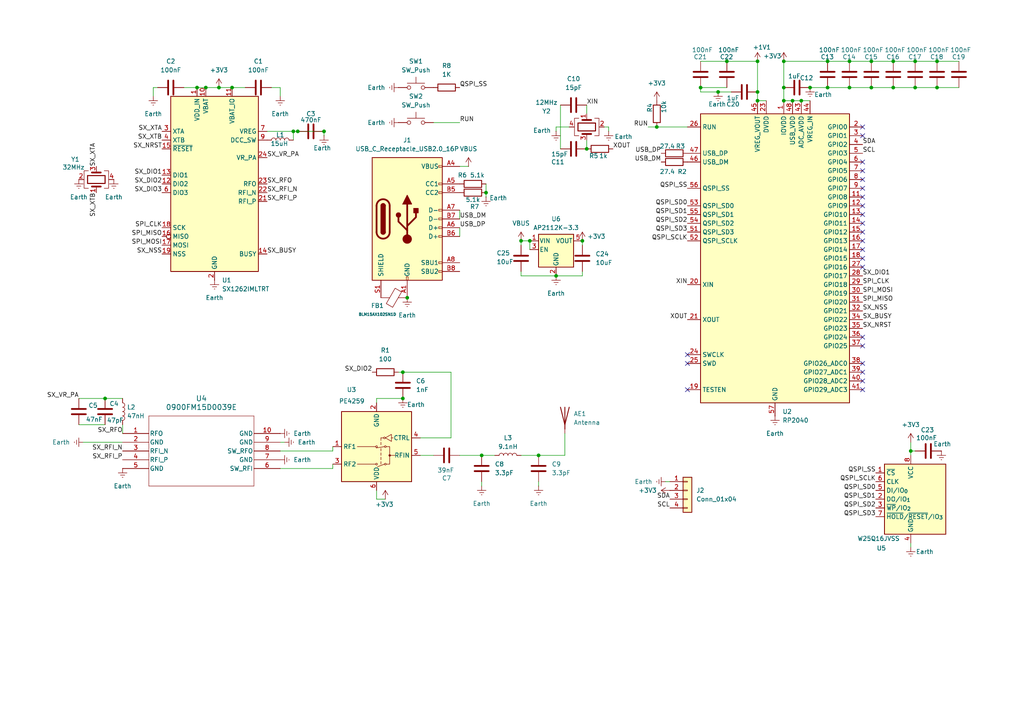
<source format=kicad_sch>
(kicad_sch (version 20250114) (generator "eeschema") (generator_version "9.0")
  (paper "A4")
  (lib_symbols
    (symbol "0900FM15D0039001E:0900FM15D0039E" (pin_names (offset 0.254))
      (property "Reference" "U" (at 22.86 10.16 0))
      (property "Value" "0900FM15D0039E" (at 22.86 7.62 0))
      (symbol "0900FM15D0039E_0_1"
        (pin unspecified line (at 0 0 0) (length 7.62) (name "RFO") (number "1"))
        (pin unspecified line (at 0 -2.54 0) (length 7.62) (name "GND") (number "2"))
        (pin unspecified line (at 0 -5.08 0) (length 7.62) (name "RFI_N") (number "3"))
        (pin unspecified line (at 0 -7.62 0) (length 7.62) (name "RFI_P") (number "4"))
        (pin unspecified line (at 0 -10.16 0) (length 7.62) (name "GND") (number "5"))
        (pin unspecified line (at 45.72 0 180) (length 7.62) (name "GND") (number "10"))
        (pin unspecified line (at 45.72 -2.54 180) (length 7.62) (name "GND") (number "9"))
        (pin unspecified line (at 45.72 -5.08 180) (length 7.62) (name "SW_RFO") (number "8"))
        (pin unspecified line (at 45.72 -7.62 180) (length 7.62) (name "GND") (number "7"))
        (pin unspecified line (at 45.72 -10.16 180) (length 7.62) (name "SW_RFI") (number "6"))
      )
    )
    (symbol "Connector:USB_C_Receptacle_USB2.0_16P" (pin_names (offset 1.016))
      (property "Reference" "J" (at 0 22.225 0))
      (property "Value" "USB_C_Receptacle_USB2.0_16P" (at 0 19.685 0))
      (symbol "USB_C_Receptacle_USB2.0_16P_1_1"
        (pin passive line (at -7.62 -22.86 90) (length 5.08) (name "SHIELD") (number "S1"))
        (pin passive line (at 0 -22.86 90) (length 5.08) (name "GND") (number "A1"))
        (pin passive line (at 0 -22.86 90) (length 5.08) (hide yes) (name "GND") (number "A12"))
        (pin passive line (at 0 -22.86 90) (length 5.08) (hide yes) (name "GND") (number "B1"))
        (pin passive line (at 0 -22.86 90) (length 5.08) (hide yes) (name "GND") (number "B12"))
        (pin passive line (at 15.24 15.24 180) (length 5.08) (name "VBUS") (number "A4"))
        (pin passive line (at 15.24 15.24 180) (length 5.08) (hide yes) (name "VBUS") (number "A9"))
        (pin passive line (at 15.24 15.24 180) (length 5.08) (hide yes) (name "VBUS") (number "B4"))
        (pin passive line (at 15.24 15.24 180) (length 5.08) (hide yes) (name "VBUS") (number "B9"))
        (pin bidirectional line (at 15.24 10.16 180) (length 5.08) (name "CC1") (number "A5"))
        (pin bidirectional line (at 15.24 7.62 180) (length 5.08) (name "CC2") (number "B5"))
        (pin bidirectional line (at 15.24 2.54 180) (length 5.08) (name "D-") (number "A7"))
        (pin bidirectional line (at 15.24 0 180) (length 5.08) (name "D-") (number "B7"))
        (pin bidirectional line (at 15.24 -2.54 180) (length 5.08) (name "D+") (number "A6"))
        (pin bidirectional line (at 15.24 -5.08 180) (length 5.08) (name "D+") (number "B6"))
        (pin bidirectional line (at 15.24 -12.7 180) (length 5.08) (name "SBU1") (number "A8"))
        (pin bidirectional line (at 15.24 -15.24 180) (length 5.08) (name "SBU2") (number "B8"))
      )
    )
    (symbol "Connector_Generic:Conn_01x04" (pin_names (offset 1.016) (hide yes))
      (property "Reference" "J" (at 0 5.08 0))
      (property "Value" "Conn_01x04" (at 0 -7.62 0))
      (symbol "Conn_01x04_1_1"
        (pin passive line (at -5.08 2.54 0) (length 3.81) (name "Pin_1") (number "1"))
        (pin passive line (at -5.08 0 0) (length 3.81) (name "Pin_2") (number "2"))
        (pin passive line (at -5.08 -2.54 0) (length 3.81) (name "Pin_3") (number "3"))
        (pin passive line (at -5.08 -5.08 0) (length 3.81) (name "Pin_4") (number "4"))
      )
    )
    (symbol "Device:Antenna" (pin_numbers (hide yes)) (pin_names (offset 1.016) (hide yes))
      (property "Reference" "AE" (at -1.905 1.905 0))
      (property "Value" "Antenna" (at -1.905 0 0))
      (symbol "Antenna_1_1"
        (pin input line (at 0 -5.08 90) (length 2.54) (name "A") (number "1"))
      )
    )
    (symbol "Device:C" (pin_numbers (hide yes)) (pin_names (offset 0.254))
      (property "Reference" "C" (at 0.635 2.54 0))
      (property "Value" "C" (at 0.635 -2.54 0))
      (symbol "C_1_1"
        (pin passive line (at 0 3.81 270) (length 2.794) (name "~") (number "1"))
        (pin passive line (at 0 -3.81 90) (length 2.794) (name "~") (number "2"))
      )
    )
    (symbol "Device:Crystal_GND24" (pin_names (offset 1.016) (hide yes))
      (property "Reference" "Y" (at 3.175 5.08 0))
      (property "Value" "Crystal_GND24" (at 3.175 3.175 0))
      (symbol "Crystal_GND24_1_1"
        (pin passive line (at -3.81 0 0) (length 1.27) (name "1") (number "1"))
        (pin passive line (at 0 5.08 270) (length 1.27) (name "2") (number "2"))
        (pin passive line (at 0 -5.08 90) (length 1.27) (name "4") (number "4"))
        (pin passive line (at 3.81 0 180) (length 1.27) (name "3") (number "3"))
      )
    )
    (symbol "Device:L" (pin_numbers (hide yes)) (pin_names (offset 1.016) (hide yes))
      (property "Reference" "L" (at -1.27 0 90))
      (property "Value" "L" (at 1.905 0 90))
      (symbol "L_1_1"
        (pin passive line (at 0 3.81 270) (length 1.27) (name "1") (number "1"))
        (pin passive line (at 0 -3.81 90) (length 1.27) (name "2") (number "2"))
      )
    )
    (symbol "Device:R" (pin_numbers (hide yes)) (pin_names (offset 0))
      (property "Reference" "R" (at 2.032 0 90))
      (property "Value" "R" (at 0 0 90))
      (symbol "R_1_1"
        (pin passive line (at 0 3.81 270) (length 1.27) (name "~") (number "1"))
        (pin passive line (at 0 -3.81 90) (length 1.27) (name "~") (number "2"))
      )
    )
    (symbol "MCU_RaspberryPi:RP2040"
      (property "Reference" "U" (at 17.78 45.72 0))
      (property "Value" "RP2040" (at 17.78 43.18 0))
      (symbol "RP2040_1_1"
        (pin input line (at -25.4 38.1 0) (length 3.81) (name "RUN") (number "26"))
        (pin bidirectional line (at -25.4 30.48 0) (length 3.81) (name "USB_DP") (number "47"))
        (pin bidirectional line (at -25.4 27.94 0) (length 3.81) (name "USB_DM") (number "46"))
        (pin bidirectional line (at -25.4 20.32 0) (length 3.81) (name "QSPI_SS") (number "56"))
        (pin bidirectional line (at -25.4 15.24 0) (length 3.81) (name "QSPI_SD0") (number "53"))
        (pin bidirectional line (at -25.4 12.7 0) (length 3.81) (name "QSPI_SD1") (number "55"))
        (pin bidirectional line (at -25.4 10.16 0) (length 3.81) (name "QSPI_SD2") (number "54"))
        (pin bidirectional line (at -25.4 7.62 0) (length 3.81) (name "QSPI_SD3") (number "51"))
        (pin output line (at -25.4 5.08 0) (length 3.81) (name "QSPI_SCLK") (number "52"))
        (pin input line (at -25.4 -7.62 0) (length 3.81) (name "XIN") (number "20"))
        (pin passive line (at -25.4 -17.78 0) (length 3.81) (name "XOUT") (number "21"))
        (pin input line (at -25.4 -27.94 0) (length 3.81) (name "SWCLK") (number "24"))
        (pin bidirectional line (at -25.4 -30.48 0) (length 3.81) (name "SWD") (number "25"))
        (pin input line (at -25.4 -38.1 0) (length 3.81) (name "TESTEN") (number "19"))
        (pin power_out line (at -5.08 45.72 270) (length 3.81) (name "VREG_VOUT") (number "45"))
        (pin power_in line (at -2.54 45.72 270) (length 3.81) (name "DVDD") (number "23"))
        (pin passive line (at -2.54 45.72 270) (length 3.81) (hide yes) (name "DVDD") (number "50"))
        (pin power_in line (at 0 -45.72 90) (length 3.81) (name "GND") (number "57"))
        (pin power_in line (at 2.54 45.72 270) (length 3.81) (name "IOVDD") (number "1"))
        (pin passive line (at 2.54 45.72 270) (length 3.81) (hide yes) (name "IOVDD") (number "10"))
        (pin passive line (at 2.54 45.72 270) (length 3.81) (hide yes) (name "IOVDD") (number "22"))
        (pin passive line (at 2.54 45.72 270) (length 3.81) (hide yes) (name "IOVDD") (number "33"))
        (pin passive line (at 2.54 45.72 270) (length 3.81) (hide yes) (name "IOVDD") (number "42"))
        (pin passive line (at 2.54 45.72 270) (length 3.81) (hide yes) (name "IOVDD") (number "49"))
        (pin power_in line (at 5.08 45.72 270) (length 3.81) (name "USB_VDD") (number "48"))
        (pin power_in line (at 7.62 45.72 270) (length 3.81) (name "ADC_AVDD") (number "43"))
        (pin power_in line (at 10.16 45.72 270) (length 3.81) (name "VREG_IN") (number "44"))
        (pin bidirectional line (at 25.4 38.1 180) (length 3.81) (name "GPIO0") (number "2"))
        (pin bidirectional line (at 25.4 35.56 180) (length 3.81) (name "GPIO1") (number "3"))
        (pin bidirectional line (at 25.4 33.02 180) (length 3.81) (name "GPIO2") (number "4"))
        (pin bidirectional line (at 25.4 30.48 180) (length 3.81) (name "GPIO3") (number "5"))
        (pin bidirectional line (at 25.4 27.94 180) (length 3.81) (name "GPIO4") (number "6"))
        (pin bidirectional line (at 25.4 25.4 180) (length 3.81) (name "GPIO5") (number "7"))
        (pin bidirectional line (at 25.4 22.86 180) (length 3.81) (name "GPIO6") (number "8"))
        (pin bidirectional line (at 25.4 20.32 180) (length 3.81) (name "GPIO7") (number "9"))
        (pin bidirectional line (at 25.4 17.78 180) (length 3.81) (name "GPIO8") (number "11"))
        (pin bidirectional line (at 25.4 15.24 180) (length 3.81) (name "GPIO9") (number "12"))
        (pin bidirectional line (at 25.4 12.7 180) (length 3.81) (name "GPIO10") (number "13"))
        (pin bidirectional line (at 25.4 10.16 180) (length 3.81) (name "GPIO11") (number "14"))
        (pin bidirectional line (at 25.4 7.62 180) (length 3.81) (name "GPIO12") (number "15"))
        (pin bidirectional line (at 25.4 5.08 180) (length 3.81) (name "GPIO13") (number "16"))
        (pin bidirectional line (at 25.4 2.54 180) (length 3.81) (name "GPIO14") (number "17"))
        (pin bidirectional line (at 25.4 0 180) (length 3.81) (name "GPIO15") (number "18"))
        (pin bidirectional line (at 25.4 -2.54 180) (length 3.81) (name "GPIO16") (number "27"))
        (pin bidirectional line (at 25.4 -5.08 180) (length 3.81) (name "GPIO17") (number "28"))
        (pin bidirectional line (at 25.4 -7.62 180) (length 3.81) (name "GPIO18") (number "29"))
        (pin bidirectional line (at 25.4 -10.16 180) (length 3.81) (name "GPIO19") (number "30"))
        (pin bidirectional line (at 25.4 -12.7 180) (length 3.81) (name "GPIO20") (number "31"))
        (pin bidirectional line (at 25.4 -15.24 180) (length 3.81) (name "GPIO21") (number "32"))
        (pin bidirectional line (at 25.4 -17.78 180) (length 3.81) (name "GPIO22") (number "34"))
        (pin bidirectional line (at 25.4 -20.32 180) (length 3.81) (name "GPIO23") (number "35"))
        (pin bidirectional line (at 25.4 -22.86 180) (length 3.81) (name "GPIO24") (number "36"))
        (pin bidirectional line (at 25.4 -25.4 180) (length 3.81) (name "GPIO25") (number "37"))
        (pin bidirectional line (at 25.4 -30.48 180) (length 3.81) (name "GPIO26_ADC0") (number "38"))
        (pin bidirectional line (at 25.4 -33.02 180) (length 3.81) (name "GPIO27_ADC1") (number "39"))
        (pin bidirectional line (at 25.4 -35.56 180) (length 3.81) (name "GPIO28_ADC2") (number "40"))
        (pin bidirectional line (at 25.4 -38.1 180) (length 3.81) (name "GPIO29_ADC3") (number "41"))
      )
    )
    (symbol "Memory_Flash:W25Q16JVSS"
      (property "Reference" "U" (at -6.35 11.43 0))
      (property "Value" "W25Q16JVSS" (at 7.62 11.43 0))
      (symbol "W25Q16JVSS_1_1"
        (pin input line (at -10.16 7.62 0) (length 2.54) (name "~{CS}") (number "1"))
        (pin input line (at -10.16 5.08 0) (length 2.54) (name "CLK") (number "6"))
        (pin bidirectional line (at -10.16 2.54 0) (length 2.54) (name "DI/IO_{0}") (number "5"))
        (pin bidirectional line (at -10.16 0 0) (length 2.54) (name "DO/IO_{1}") (number "2"))
        (pin bidirectional line (at -10.16 -2.54 0) (length 2.54) (name "~{WP}/IO_{2}") (number "3"))
        (pin bidirectional line (at -10.16 -5.08 0) (length 2.54) (name "~{HOLD}/~{RESET}/IO_{3}") (number "7"))
        (pin power_in line (at 0 12.7 270) (length 2.54) (name "VCC") (number "8"))
        (pin power_in line (at 0 -12.7 90) (length 2.54) (name "GND") (number "4"))
      )
    )
    (symbol "PCM_JLCPCB-Inductors:Ferrite,0603,(2)" (pin_numbers (hide yes)) (pin_names (offset 0))
      (property "Reference" "FB" (at 3.4036 1.2508 0))
      (property "Current Rating" "2A" (at 3.4036 -1.5274 0))
      (symbol "Ferrite,0603,(2)_1_1"
        (pin passive line (at 0 3.81 270) (length 2.54) (name "~") (number "1"))
        (pin passive line (at 0 -3.81 90) (length 2.54) (name "~") (number "2"))
      )
    )
    (symbol "RF:SX1262IMLTRT"
      (property "Reference" "U" (at 13.97 24.13 0))
      (property "Value" "SX1262IMLTRT" (at 13.97 21.59 0))
      (symbol "SX1262IMLTRT_1_1"
        (pin bidirectional line (at -15.24 15.24 0) (length 2.54) (name "XTA") (number "3"))
        (pin bidirectional line (at -15.24 12.7 0) (length 2.54) (name "XTB") (number "4"))
        (pin input line (at -15.24 10.16 0) (length 2.54) (name "~{RESET}") (number "15"))
        (pin bidirectional line (at -15.24 2.54 0) (length 2.54) (name "DIO1") (number "13"))
        (pin bidirectional line (at -15.24 0 0) (length 2.54) (name "DIO2") (number "12"))
        (pin bidirectional line (at -15.24 -2.54 0) (length 2.54) (name "DIO3") (number "6"))
        (pin input line (at -15.24 -12.7 0) (length 2.54) (name "SCK") (number "18"))
        (pin tri_state inverted (at -15.24 -15.24 0) (length 2.54) (name "MISO") (number "16"))
        (pin input line (at -15.24 -17.78 0) (length 2.54) (name "MOSI") (number "17"))
        (pin input line (at -15.24 -20.32 0) (length 2.54) (name "NSS") (number "19"))
        (pin power_in line (at -5.08 27.94 270) (length 2.54) (name "VDD_IN") (number "1"))
        (pin power_in line (at -2.54 27.94 270) (length 2.54) (name "VBAT") (number "10"))
        (pin power_in line (at 0 -27.94 90) (length 2.54) (name "GND") (number "2"))
        (pin passive line (at 0 -27.94 90) (length 2.54) (hide yes) (name "GND") (number "20"))
        (pin passive line (at 0 -27.94 90) (length 2.54) (hide yes) (name "GND") (number "25"))
        (pin passive line (at 0 -27.94 90) (length 2.54) (hide yes) (name "GND") (number "5"))
        (pin passive line (at 0 -27.94 90) (length 2.54) (hide yes) (name "GND") (number "8"))
        (pin power_in line (at 5.08 27.94 270) (length 2.54) (name "VBAT_IO") (number "11"))
        (pin power_out line (at 15.24 15.24 180) (length 2.54) (name "VREG") (number "7"))
        (pin power_out line (at 15.24 12.7 180) (length 2.54) (name "DCC_SW") (number "9"))
        (pin power_out line (at 15.24 7.62 180) (length 2.54) (name "VR_PA") (number "24"))
        (pin output line (at 15.24 0 180) (length 2.54) (name "RFO") (number "23"))
        (pin input line (at 15.24 -2.54 180) (length 2.54) (name "RFI_N") (number "22"))
        (pin input line (at 15.24 -5.08 180) (length 2.54) (name "RFI_P") (number "21"))
        (pin output line (at 15.24 -20.32 180) (length 2.54) (name "BUSY") (number "14"))
      )
    )
    (symbol "Regulator_Linear:AP2112K-3.3" (pin_names (offset 0.254))
      (property "Reference" "U" (at -5.08 5.715 0))
      (property "Value" "AP2112K-3.3" (at 0 5.715 0))
      (symbol "AP2112K-3.3_1_1"
        (pin power_in line (at -7.62 2.54 0) (length 2.54) (name "VIN") (number "1"))
        (pin input line (at -7.62 0 0) (length 2.54) (name "EN") (number "3"))
        (pin power_in line (at 0 -7.62 90) (length 2.54) (name "GND") (number "2"))
        (pin no_connect line (at 5.08 0 180) (length 2.54) (hide yes) (name "NC") (number "4"))
        (pin power_out line (at 7.62 2.54 180) (length 2.54) (name "VOUT") (number "5"))
      )
    )
    (symbol "Switch:SW_Push" (pin_numbers (hide yes)) (pin_names (offset 1.016) (hide yes))
      (property "Reference" "SW" (at 1.27 2.54 0))
      (property "Value" "SW_Push" (at 0 -1.524 0))
      (symbol "SW_Push_0_1"
        (pin passive line (at -5.08 0 0) (length 2.54) (name "1") (number "1"))
        (pin passive line (at 5.08 0 180) (length 2.54) (name "2") (number "2"))
      )
    )
    (symbol "pe4259:PE4259"
      (property "Reference" "U" (at -10.16 11.43 0))
      (property "Value" "PE4259" (at 1.27 11.43 0))
      (symbol "PE4259_1_1"
        (pin passive line (at -12.7 2.54 0) (length 2.54) (name "RFIN") (number "5"))
        (pin input line (at -12.7 -2.54 0) (length 2.54) (name "CTRL") (number "4"))
        (pin power_in line (at 0 12.7 270) (length 2.54) (name "VDD") (number "6"))
        (pin power_in line (at 0 -12.7 90) (length 2.54) (name "GND") (number "2"))
        (pin passive line (at 12.7 5.08 180) (length 2.54) (name "RF2") (number "3"))
        (pin passive line (at 12.7 0 180) (length 2.54) (name "RF1") (number "1"))
      )
    )
    (symbol "power:+1V1" (power) (pin_numbers (hide yes)) (pin_names (offset 0) (hide yes))
      (property "Value" "+1V1" (at 0 3.556 0))
      (symbol "+1V1_1_1"
        (pin power_in line (at 0 0 90) (length 0) (name "~") (number "1"))
      )
    )
    (symbol "power:+3V3" (power) (pin_numbers (hide yes)) (pin_names (offset 0) (hide yes))
      (property "Value" "+3V3" (at 0 3.556 0))
      (symbol "+3V3_1_1"
        (pin power_in line (at 0 0 90) (length 0) (name "~") (number "1"))
      )
    )
    (symbol "power:Earth" (power) (pin_numbers (hide yes)) (pin_names (offset 0) (hide yes))
      (property "Value" "Earth" (at 0 -3.81 0))
      (symbol "Earth_1_1"
        (pin power_in line (at 0 0 270) (length 0) (name "~") (number "1"))
      )
    )
    (symbol "power:VBUS" (power) (pin_numbers (hide yes)) (pin_names (offset 0) (hide yes))
      (property "Value" "VBUS" (at 0 3.556 0))
      (symbol "VBUS_1_1"
        (pin power_in line (at 0 0 90) (length 0) (name "~") (number "1"))
      )
    )
  )
  (junction (at 271.78 17.78))
  (junction (at 246.38 25.4))
  (junction (at 271.78 25.4))
  (junction (at 240.03 17.78))
  (junction (at 246.38 17.78))
  (junction (at 161.29 80.01))
  (junction (at 219.71 26.67))
  (junction (at 265.43 17.78))
  (junction (at 30.48 115.57))
  (junction (at 63.5 25.4))
  (junction (at 203.2 25.4))
  (junction (at 259.08 25.4))
  (junction (at 170.18 43.18))
  (junction (at 67.31 25.4))
  (junction (at 153.67 69.85))
  (junction (at 229.87 29.21))
  (junction (at 252.73 25.4))
  (junction (at 227.33 17.78))
  (junction (at 116.84 115.57))
  (junction (at 190.5 36.83))
  (junction (at 86.36 38.1))
  (junction (at 265.43 25.4))
  (junction (at 156.21 132.08))
  (junction (at 227.33 29.21))
  (junction (at 219.71 17.78))
  (junction (at 264.16 130.81))
  (junction (at 168.91 69.85))
  (junction (at 140.97 55.88))
  (junction (at 219.71 29.21))
  (junction (at 85.09 38.1))
  (junction (at 118.11 86.36))
  (junction (at 59.69 25.4))
  (junction (at 116.84 107.95))
  (junction (at 208.28 26.67))
  (junction (at 93.98 38.1))
  (junction (at 57.15 25.4))
  (junction (at 210.82 17.78))
  (junction (at 234.95 25.4))
  (junction (at 240.03 25.4))
  (junction (at 259.08 17.78))
  (junction (at 151.13 69.85))
  (junction (at 232.41 29.21))
  (junction (at 227.33 25.4))
  (junction (at 139.7 132.08))
  (junction (at 252.73 17.78))
  (no_connect (at 250.19 52.07))
  (no_connect (at 250.19 64.77))
  (no_connect (at 250.19 67.31))
  (no_connect (at 250.19 77.47))
  (no_connect (at 199.39 113.03))
  (no_connect (at 250.19 69.85))
  (no_connect (at 250.19 59.69))
  (no_connect (at 199.39 102.87))
  (no_connect (at 250.19 105.41))
  (no_connect (at 250.19 46.99))
  (no_connect (at 250.19 54.61))
  (no_connect (at 250.19 100.33))
  (no_connect (at 250.19 36.83))
  (no_connect (at 250.19 113.03))
  (no_connect (at 250.19 74.93))
  (no_connect (at 250.19 110.49))
  (no_connect (at 250.19 49.53))
  (no_connect (at 250.19 97.79))
  (no_connect (at 250.19 72.39))
  (no_connect (at 250.19 39.37))
  (no_connect (at 250.19 57.15))
  (no_connect (at 250.19 107.95))
  (no_connect (at 250.19 62.23))
  (no_connect (at 199.39 105.41))
  (wire (pts (xy 210.82 17.78) (xy 219.71 17.78)))
  (wire (pts (xy 246.38 17.78) (xy 252.73 17.78)))
  (wire (pts (xy 81.28 25.4) (xy 81.28 27.94)))
  (wire (pts (xy 130.81 127) (xy 130.81 107.95)))
  (wire (pts (xy 229.87 29.21) (xy 232.41 29.21)))
  (wire (pts (xy 259.08 25.4) (xy 265.43 25.4)))
  (wire (pts (xy 140.97 53.34) (xy 140.97 55.88)))
  (wire (pts (xy 227.33 25.4) (xy 227.33 29.21)))
  (wire (pts (xy 22.86 123.19) (xy 30.48 123.19)))
  (wire (pts (xy 30.48 115.57) (xy 22.86 115.57)))
  (wire (pts (xy 252.73 25.4) (xy 259.08 25.4)))
  (wire (pts (xy 170.18 33.02) (xy 170.18 30.48)))
  (wire (pts (xy 139.7 140.97) (xy 139.7 139.7)))
  (wire (pts (xy 203.2 26.67) (xy 203.2 25.4)))
  (wire (pts (xy 151.13 78.74) (xy 151.13 80.01)))
  (wire (pts (xy 67.31 25.4) (xy 71.12 25.4)))
  (wire (pts (xy 264.16 130.81) (xy 264.16 132.08)))
  (wire (pts (xy 93.98 38.1) (xy 93.98 39.37)))
  (wire (pts (xy 219.71 17.78) (xy 219.71 26.67)))
  (wire (pts (xy 156.21 132.08) (xy 163.83 132.08)))
  (wire (pts (xy 153.67 69.85) (xy 153.67 72.39)))
  (wire (pts (xy 133.35 132.08) (xy 139.7 132.08)))
  (wire (pts (xy 168.91 71.12) (xy 168.91 69.85)))
  (wire (pts (xy 140.97 55.88) (xy 140.97 57.15)))
  (wire (pts (xy 109.22 142.24) (xy 109.22 144.78)))
  (wire (pts (xy 59.69 25.4) (xy 63.5 25.4)))
  (wire (pts (xy 264.16 157.48) (xy 264.16 158.75)))
  (wire (pts (xy 81.28 135.89) (xy 96.52 135.89)))
  (wire (pts (xy 133.35 66.04) (xy 133.35 68.58)))
  (wire (pts (xy 77.47 38.1) (xy 85.09 38.1)))
  (wire (pts (xy 125.73 35.56) (xy 133.35 35.56)))
  (wire (pts (xy 35.56 123.19) (xy 35.56 125.73)))
  (wire (pts (xy 109.22 144.78) (xy 111.76 144.78)))
  (wire (pts (xy 162.56 30.48) (xy 162.56 43.18)))
  (wire (pts (xy 208.28 26.67) (xy 212.09 26.67)))
  (wire (pts (xy 151.13 69.85) (xy 151.13 71.12)))
  (wire (pts (xy 85.09 38.1) (xy 86.36 38.1)))
  (wire (pts (xy 96.52 135.89) (xy 96.52 134.62)))
  (wire (pts (xy 165.1 36.83) (xy 161.29 36.83)))
  (wire (pts (xy 59.69 25.4) (xy 57.15 25.4)))
  (wire (pts (xy 78.74 25.4) (xy 81.28 25.4)))
  (wire (pts (xy 246.38 25.4) (xy 252.73 25.4)))
  (wire (pts (xy 86.36 38.1) (xy 93.98 38.1)))
  (wire (pts (xy 176.53 36.83) (xy 176.53 38.1)))
  (wire (pts (xy 121.92 132.08) (xy 125.73 132.08)))
  (wire (pts (xy 82.55 128.27) (xy 81.28 128.27)))
  (wire (pts (xy 265.43 17.78) (xy 271.78 17.78)))
  (wire (pts (xy 170.18 40.64) (xy 170.18 43.18)))
  (wire (pts (xy 116.84 107.95) (xy 115.57 107.95)))
  (wire (pts (xy 81.28 130.81) (xy 96.52 130.81)))
  (wire (pts (xy 151.13 80.01) (xy 161.29 80.01)))
  (wire (pts (xy 45.72 25.4) (xy 44.45 25.4)))
  (wire (pts (xy 193.04 139.7) (xy 194.31 139.7)))
  (wire (pts (xy 265.43 25.4) (xy 271.78 25.4)))
  (wire (pts (xy 219.71 29.21) (xy 222.25 29.21)))
  (wire (pts (xy 234.95 25.4) (xy 240.03 25.4)))
  (wire (pts (xy 130.81 107.95) (xy 116.84 107.95)))
  (wire (pts (xy 203.2 26.67) (xy 208.28 26.67)))
  (wire (pts (xy 232.41 29.21) (xy 234.95 29.21)))
  (wire (pts (xy 227.33 17.78) (xy 227.33 25.4)))
  (wire (pts (xy 240.03 25.4) (xy 246.38 25.4)))
  (wire (pts (xy 121.92 127) (xy 130.81 127)))
  (wire (pts (xy 161.29 80.01) (xy 168.91 80.01)))
  (wire (pts (xy 264.16 130.81) (xy 265.43 130.81)))
  (wire (pts (xy 35.56 115.57) (xy 30.48 115.57)))
  (wire (pts (xy 109.22 116.84) (xy 109.22 115.57)))
  (wire (pts (xy 63.5 25.4) (xy 67.31 25.4)))
  (wire (pts (xy 219.71 26.67) (xy 219.71 29.21)))
  (wire (pts (xy 168.91 80.01) (xy 168.91 78.74)))
  (wire (pts (xy 252.73 17.78) (xy 259.08 17.78)))
  (wire (pts (xy 151.13 132.08) (xy 156.21 132.08)))
  (wire (pts (xy 175.26 36.83) (xy 176.53 36.83)))
  (wire (pts (xy 156.21 140.97) (xy 156.21 139.7)))
  (wire (pts (xy 227.33 17.78) (xy 240.03 17.78)))
  (wire (pts (xy 135.89 48.26) (xy 133.35 48.26)))
  (wire (pts (xy 259.08 17.78) (xy 265.43 17.78)))
  (wire (pts (xy 240.03 17.78) (xy 246.38 17.78)))
  (wire (pts (xy 203.2 25.4) (xy 210.82 25.4)))
  (wire (pts (xy 264.16 128.27) (xy 264.16 130.81)))
  (wire (pts (xy 44.45 25.4) (xy 44.45 27.94)))
  (wire (pts (xy 203.2 17.78) (xy 210.82 17.78)))
  (wire (pts (xy 271.78 17.78) (xy 278.13 17.78)))
  (wire (pts (xy 163.83 125.73) (xy 163.83 132.08)))
  (wire (pts (xy 57.15 25.4) (xy 53.34 25.4)))
  (wire (pts (xy 161.29 36.83) (xy 161.29 38.1)))
  (wire (pts (xy 139.7 132.08) (xy 143.51 132.08)))
  (wire (pts (xy 24.13 128.27) (xy 35.56 128.27)))
  (wire (pts (xy 133.35 60.96) (xy 133.35 63.5)))
  (wire (pts (xy 190.5 36.83) (xy 199.39 36.83)))
  (wire (pts (xy 85.09 38.1) (xy 85.09 40.64)))
  (wire (pts (xy 109.22 115.57) (xy 116.84 115.57)))
  (wire (pts (xy 271.78 25.4) (xy 278.13 25.4)))
  (wire (pts (xy 227.33 29.21) (xy 229.87 29.21)))
  (wire (pts (xy 96.52 130.81) (xy 96.52 129.54)))
  (wire (pts (xy 187.96 36.83) (xy 190.5 36.83)))
  (wire (pts (xy 151.13 69.85) (xy 153.67 69.85)))
  (label "RUN" (at 187.96 36.83 180))
  (label "SX_BUSY" (at 77.47 73.66 0))
  (label "SX_RFI_P" (at 35.56 133.35 180))
  (label "QSPI_SD1" (at 199.39 62.23 180))
  (label "SX_VR_PA" (at 77.47 45.72 0))
  (label "SX_RFO" (at 77.47 53.34 0))
  (label "SPI_MISO" (at 46.99 68.58 180))
  (label "USB_DP" (at 133.35 66.04 0))
  (label "SX_DIO3" (at 46.99 55.88 180))
  (label "SX_DIO2" (at 46.99 53.34 180))
  (label "SX_XTB" (at 27.94 55.88 270))
  (label "SX_NSS" (at 250.19 90.17 0))
  (label "QSPI_SD3" (at 199.39 67.31 180))
  (label "QSPI_SS" (at 133.35 25.4 0))
  (label "QSPI_SD1" (at 254 144.78 180))
  (label "XOUT" (at 177.8 43.18 0))
  (label "SX_RFI_P" (at 77.47 58.42 0))
  (label "QSPI_SCLK" (at 199.39 69.85 180))
  (label "SX_DIO1" (at 46.99 50.8 180))
  (label "QSPI_SCLK" (at 254 139.7 180))
  (label "SX_RFO" (at 35.56 125.73 180))
  (label "USB_DM" (at 191.77 46.99 180))
  (label "RUN" (at 133.35 35.56 0))
  (label "QSPI_SS" (at 199.39 54.61 180))
  (label "SPI_CLK" (at 46.99 66.04 180))
  (label "SX_XTA" (at 27.94 48.26 90))
  (label "SX_DIO2" (at 107.95 107.95 180))
  (label "SPI_CLK" (at 250.19 82.55 0))
  (label "SCL" (at 250.19 44.45 0))
  (label "SX_VR_PA" (at 22.86 115.57 180))
  (label "XIN" (at 170.18 30.48 0))
  (label "SX_DIO1" (at 250.19 80.01 0))
  (label "SPI_MOSI" (at 250.19 85.09 0))
  (label "SCL" (at 194.31 147.32 180))
  (label "SX_NSS" (at 46.99 73.66 180))
  (label "SDA" (at 250.19 41.91 0))
  (label "QSPI_SD2" (at 254 147.32 180))
  (label "XOUT" (at 199.39 92.71 180))
  (label "QSPI_SS" (at 254 137.16 180))
  (label "SX_RFI_N" (at 35.56 130.81 180))
  (label "QSPI_SD3" (at 254 149.86 180))
  (label "QSPI_SD0" (at 254 142.24 180))
  (label "SX_NRST" (at 250.19 95.25 0))
  (label "SX_BUSY" (at 250.19 92.71 0))
  (label "SPI_MISO" (at 250.19 87.63 0))
  (label "XIN" (at 199.39 82.55 180))
  (label "SX_XTB" (at 46.99 40.64 180))
  (label "USB_DM" (at 133.35 63.5 0))
  (label "SX_RFI_N" (at 77.47 55.88 0))
  (label "SX_XTA" (at 46.99 38.1 180))
  (label "QSPI_SD0" (at 199.39 59.69 180))
  (label "SPI_MOSI" (at 46.99 71.12 180))
  (label "SDA" (at 194.31 144.78 180))
  (label "SX_NRST" (at 46.99 43.18 180))
  (label "QSPI_SD2" (at 199.39 64.77 180))
  (label "USB_DP" (at 191.77 44.45 180))
  (symbol (lib_id "PCM_JLCPCB-Inductors:Ferrite,0603,(2)") (at 114.3 86.36 90) (unit 1)
    (property "Reference" "FB1" (at 109.474 88.646 90))
    (property "Value" "BLM15AX102SN1D" (at 109.474 91.186 90) (effects (font (size 0.8 0.8))))
    (property "Footprint" "PCM_JLCPCB:FB_0603" (effects (hide yes)))
    (property "Datasheet" "https://www.lcsc.com/datasheet/lcsc_datasheet_2304140030_Murata-Electronics-BLM18PG121SN1D_C14709.pdf" (effects (hide yes)))
    (property "Description" "50mΩ ±25% 120Ω@100MHz 0603 Ferrite Beads ROHS" (effects (hide yes)))
    (property "LCSC" "C14709" (effects (hide yes)))
    (property "Stock" "222675" (effects (hide yes)))
    (property "Price" "0.009USD" (effects (hide yes)))
    (property "Process" "SMT" (effects (hide yes)))
    (property "Minimum Qty" "20" (effects (hide yes)))
    (property "Attrition Qty" "10" (effects (hide yes)))
    (property "Class" "Basic Component" (effects (hide yes)))
    (property "Category" "Filters/EMI Optimization,Ferrite Beads" (effects (hide yes)))
    (property "Manufacturer" "Murata Electronics" (effects (hide yes)))
    (property "Part" "BLM18PG121SN1D" (effects (hide yes)))
    (property "DC Resistance" "50mΩ" (effects (hide yes)))
    (property "Impedance @ Frequency" "120Ω@100MHz" (effects (hide yes)))
    (property "Circuits" "1" (effects (hide yes)))
    (property "Current Rating" "2A" (effects (hide yes)))
    (property "Tolerance" "±25%" (effects (hide yes)))
  )
  (symbol (lib_id "Device:C") (at 74.93 25.4 90) (unit 1)
    (property "Reference" "C1" (at 74.93 17.78 90))
    (property "Value" "100nF" (at 74.93 20.32 90))
    (property "Footprint" "Capacitor_SMD:C_0402_1005Metric" (effects (hide yes)))
    (property "Description" "Unpolarized capacitor" (effects (hide yes)))
  )
  (symbol (lib_id "Device:C") (at 231.14 25.4 90) (unit 1)
    (property "Reference" "C12" (at 233.934 22.606 90))
    (property "Value" "1uF" (at 230.378 22.098 90))
    (property "Footprint" "Capacitor_SMD:C_0402_1005Metric" (effects (hide yes)))
    (property "Description" "Unpolarized capacitor" (effects (hide yes)))
  )
  (symbol (lib_id "power:Earth") (at 140.97 57.15 0) (unit 1)
    (property "Reference" "#PWR029" (effects (hide yes)))
    (property "Value" "Earth" (at 144.526 57.404 0))
    (property "Description" "Power symbol creates a global label with name \"Earth\"" (effects (hide yes)))
  )
  (symbol (lib_id "Device:C") (at 269.24 130.81 90) (unit 1)
    (property "Reference" "C23" (at 268.986 124.714 90))
    (property "Value" "100nF" (at 268.732 127 90))
    (property "Footprint" "Capacitor_SMD:C_0402_1005Metric" (effects (hide yes)))
    (property "Description" "Unpolarized capacitor" (effects (hide yes)))
  )
  (symbol (lib_id "Device:L") (at 35.56 119.38 0) (unit 1)
    (property "Reference" "L2" (at 36.83 118.1099 0) (effects (justify left)))
    (property "Value" "47nH" (at 36.83 120.6499 0) (effects (justify left)))
    (property "Footprint" "Inductor_SMD:L_0402_1005Metric" (effects (hide yes)))
    (property "Description" "Inductor" (effects (hide yes)))
  )
  (symbol (lib_id "Device:C") (at 252.73 21.59 0) (unit 1)
    (property "Reference" "C15" (at 250.698 16.51 0) (effects (justify left)))
    (property "Value" "100nF" (at 250.19 14.478 0) (effects (justify left)))
    (property "Footprint" "Capacitor_SMD:C_0402_1005Metric" (effects (hide yes)))
    (property "Description" "Unpolarized capacitor" (effects (hide yes)))
  )
  (symbol (lib_id "Device:C") (at 151.13 74.93 0) (unit 1)
    (property "Reference" "C25" (at 144.018 73.406 0) (effects (justify left)))
    (property "Value" "10uF" (at 144.018 75.946 0) (effects (justify left)))
    (property "Footprint" "Capacitor_SMD:C_0402_1005Metric" (effects (hide yes)))
    (property "Description" "Unpolarized capacitor" (effects (hide yes)))
  )
  (symbol (lib_id "Device:L") (at 81.28 40.64 90) (unit 1)
    (property "Reference" "L1" (at 81.28 39.116 90))
    (property "Value" "15uH" (at 81.026 41.656 90))
    (property "Footprint" "Inductor_SMD:L_0402_1005Metric" (effects (hide yes)))
    (property "Description" "Inductor" (effects (hide yes)))
  )
  (symbol (lib_id "power:+3V3") (at 227.33 17.78 0) (unit 1)
    (property "Reference" "#PWR022" (effects (hide yes)))
    (property "Value" "+3V3" (at 224.028 16.256 0))
    (property "Description" "Power symbol creates a global label with name \"+3V3\"" (effects (hide yes)))
  )
  (symbol (lib_id "power:Earth") (at 81.28 125.73 90) (unit 1)
    (property "Reference" "#PWR012" (effects (hide yes)))
    (property "Value" "Earth" (at 85.09 125.7299 90) (effects (justify right)))
    (property "Description" "Power symbol creates a global label with name \"Earth\"" (effects (hide yes)))
  )
  (symbol (lib_id "Device:C") (at 210.82 21.59 0) (unit 1)
    (property "Reference" "C22" (at 208.788 16.51 0) (effects (justify left)))
    (property "Value" "100nF" (at 208.28 14.478 0) (effects (justify left)))
    (property "Footprint" "Capacitor_SMD:C_0402_1005Metric" (effects (hide yes)))
    (property "Description" "Unpolarized capacitor" (effects (hide yes)))
  )
  (symbol (lib_id "Memory_Flash:W25Q16JVSS") (at 264.16 144.78 0) (unit 1)
    (property "Reference" "U5" (at 254.254 159.004 0) (effects (justify left)))
    (property "Value" "W25Q16JVSS" (at 248.666 156.21 0) (effects (justify left)))
    (property "Footprint" "Package_SO:SOIC-8_5.3x5.3mm_P1.27mm" (effects (hide yes)))
    (property "Datasheet" "https://www.winbond.com/hq/support/documentation/levelOne.jsp?__locale=en&DocNo=DA00-W25Q16JV.1" (effects (hide yes)))
    (property "Description" "16Mbit / 2MiB Serial Flash Memory, Standard/Dual/Quad SPI, 2.7-3.6V, SOIC-8 (208 mil)" (effects (hide yes)))
  )
  (symbol (lib_id "power:VBUS") (at 151.13 69.85 0) (unit 1)
    (property "Reference" "#PWR032" (effects (hide yes)))
    (property "Value" "VBUS" (at 151.13 64.77 0))
    (property "Description" "Power symbol creates a global label with name \"VBUS\"" (effects (hide yes)))
  )
  (symbol (lib_id "Connector_Generic:Conn_01x04") (at 199.39 142.24 0) (unit 1)
    (property "Reference" "J2" (at 201.93 142.2399 0) (effects (justify left)))
    (property "Value" "Conn_01x04" (at 201.93 144.7799 0) (effects (justify left)))
    (property "Footprint" "Connector_PinSocket_2.54mm:PinSocket_1x04_P2.54mm_Vertical" (effects (hide yes)))
    (property "Description" "Generic connector, single row, 01x04, script generated (kicad-library-utils/schlib/autogen/connector/)" (effects (hide yes)))
  )
  (symbol (lib_id "power:Earth") (at 44.45 27.94 0) (unit 1)
    (property "Reference" "#PWR02" (effects (hide yes)))
    (property "Value" "Earth" (at 44.45 33.02 0))
    (property "Description" "Power symbol creates a global label with name \"Earth\"" (effects (hide yes)))
  )
  (symbol (lib_id "power:Earth") (at 224.79 120.65 0) (unit 1)
    (property "Reference" "#PWR017" (effects (hide yes)))
    (property "Value" "Earth" (at 224.79 125.73 0))
    (property "Description" "Power symbol creates a global label with name \"Earth\"" (effects (hide yes)))
  )
  (symbol (lib_id "Device:C") (at 259.08 21.59 0) (unit 1)
    (property "Reference" "C16" (at 257.048 16.51 0) (effects (justify left)))
    (property "Value" "100nF" (at 256.54 14.478 0) (effects (justify left)))
    (property "Footprint" "Capacitor_SMD:C_0402_1005Metric" (effects (hide yes)))
    (property "Description" "Unpolarized capacitor" (effects (hide yes)))
  )
  (symbol (lib_id "power:Earth") (at 234.95 25.4 0) (unit 1)
    (property "Reference" "#PWR021" (effects (hide yes)))
    (property "Value" "Earth" (at 238.76 27.432 0))
    (property "Description" "Power symbol creates a global label with name \"Earth\"" (effects (hide yes)))
  )
  (symbol (lib_id "Device:L") (at 147.32 132.08 90) (unit 1)
    (property "Reference" "L3" (at 147.32 127 90))
    (property "Value" "9.1nH" (at 147.32 129.54 90))
    (property "Footprint" "Inductor_SMD:L_0402_1005Metric" (effects (hide yes)))
    (property "Description" "Inductor" (effects (hide yes)))
  )
  (symbol (lib_id "RF:SX1262IMLTRT") (at 62.23 53.34 0) (unit 1)
    (property "Reference" "U1" (at 64.3733 81.28 0) (effects (justify left)))
    (property "Value" "SX1262IMLTRT" (at 64.3733 83.82 0) (effects (justify left)))
    (property "Footprint" "Package_DFN_QFN:QFN-24-1EP_4x4mm_P0.5mm_EP2.6x2.6mm" (effects (hide yes)))
    (property "Datasheet" "https://semtech.file.force.com/sfc/dist/version/download/?oid=00DE0000000JelG&ids=0682R00000IjPWSQA3&d=%2Fa%2F2R000000Un7F%2FyT.fKdAr9ZAo3cJLc4F2cBdUsMftpT2vsOICP7NmvMo" (effects (hide yes)))
    (property "Description" "150 MHz to 960 MHz Low Power Long Range Transceiver, 22dBm output power, spreading factor from 5 to 12, LoRA, QFN-24" (effects (hide yes)))
  )
  (symbol (lib_id "Connector:USB_C_Receptacle_USB2.0_16P") (at 118.11 63.5 0) (unit 1)
    (property "Reference" "J1" (at 118.11 40.64 0))
    (property "Value" "USB_C_Receptacle_USB2.0_16P" (at 118.11 43.18 0))
    (property "Footprint" "Connector_USB:USB_C_Receptacle_GCT_USB4105-xx-A_16P_TopMnt_Horizontal" (effects (hide yes)))
    (property "Datasheet" "https://www.usb.org/sites/default/files/documents/usb_type-c.zip" (effects (hide yes)))
    (property "Description" "USB 2.0-only 16P Type-C Receptacle connector" (effects (hide yes)))
  )
  (symbol (lib_id "power:Earth") (at 81.28 27.94 0) (unit 1)
    (property "Reference" "#PWR01" (effects (hide yes)))
    (property "Value" "Earth" (at 81.28 33.02 0))
    (property "Description" "Power symbol creates a global label with name \"Earth\"" (effects (hide yes)))
  )
  (symbol (lib_id "power:+3V3") (at 111.76 144.78 0) (unit 1)
    (property "Reference" "#PWR013" (effects (hide yes)))
    (property "Value" "+3V3" (at 111.506 146.304 0))
    (property "Description" "Power symbol creates a global label with name \"+3V3\"" (effects (hide yes)))
  )
  (symbol (lib_id "Device:C") (at 168.91 74.93 0) (unit 1)
    (property "Reference" "C24" (at 172.72 73.6599 0) (effects (justify left)))
    (property "Value" "10uF" (at 172.72 76.1999 0) (effects (justify left)))
    (property "Footprint" "Capacitor_SMD:C_0402_1005Metric" (effects (hide yes)))
    (property "Description" "Unpolarized capacitor" (effects (hide yes)))
  )
  (symbol (lib_id "Device:C") (at 30.48 119.38 0) (unit 1)
    (property "Reference" "C4" (at 31.75 117.094 0) (effects (justify left)))
    (property "Value" "47pF" (at 30.988 121.92 0) (effects (justify left)))
    (property "Footprint" "Capacitor_SMD:C_0402_1005Metric" (effects (hide yes)))
    (property "Description" "Unpolarized capacitor" (effects (hide yes)))
  )
  (symbol (lib_id "Device:C") (at 22.86 119.38 0) (unit 1)
    (property "Reference" "C5" (at 25.654 117.602 0) (effects (justify left)))
    (property "Value" "47nF" (at 24.892 121.666 0) (effects (justify left)))
    (property "Footprint" "Capacitor_SMD:C_0402_1005Metric" (effects (hide yes)))
    (property "Description" "Unpolarized capacitor" (effects (hide yes)))
  )
  (symbol (lib_id "power:+3V3") (at 63.5 25.4 0) (unit 1)
    (property "Reference" "#PWR03" (effects (hide yes)))
    (property "Value" "+3V3" (at 63.5 20.32 0))
    (property "Description" "Power symbol creates a global label with name \"+3V3\"" (effects (hide yes)))
  )
  (symbol (lib_id "Device:C") (at 166.37 30.48 90) (unit 1)
    (property "Reference" "C10" (at 166.37 22.86 90))
    (property "Value" "15pF" (at 166.37 25.4 90))
    (property "Footprint" "Capacitor_SMD:C_0402_1005Metric" (effects (hide yes)))
    (property "Description" "Unpolarized capacitor" (effects (hide yes)))
  )
  (symbol (lib_id "Regulator_Linear:AP2112K-3.3") (at 161.29 72.39 0) (unit 1)
    (property "Reference" "U6" (at 161.29 63.5 0))
    (property "Value" "AP2112K-3.3" (at 161.29 66.04 0))
    (property "Footprint" "Package_TO_SOT_SMD:SOT-23-5" (effects (hide yes)))
    (property "Datasheet" "https://www.diodes.com/assets/Datasheets/AP2112.pdf" (effects (hide yes)))
    (property "Description" "600mA low dropout linear regulator, with enable pin, 3.8V-6V input voltage range, 3.3V fixed positive output, SOT-23-5" (effects (hide yes)))
  )
  (symbol (lib_id "Device:Crystal_GND24") (at 27.94 52.07 90) (unit 1)
    (property "Reference" "Y1" (at 21.844 46.228 90))
    (property "Value" "32MHz" (at 21.336 48.514 90))
    (property "Footprint" "Crystal:Crystal_SMD_3225-4Pin_3.2x2.5mm" (effects (hide yes)))
    (property "Description" "Four pin crystal, GND on pins 2 and 4" (effects (hide yes)))
  )
  (symbol (lib_id "Device:C") (at 278.13 21.59 0) (unit 1)
    (property "Reference" "C19" (at 276.098 16.51 0) (effects (justify left)))
    (property "Value" "100nF" (at 275.59 14.478 0) (effects (justify left)))
    (property "Footprint" "Capacitor_SMD:C_0402_1005Metric" (effects (hide yes)))
    (property "Description" "Unpolarized capacitor" (effects (hide yes)))
  )
  (symbol (lib_id "Switch:SW_Push") (at 120.65 25.4 0) (unit 1)
    (property "Reference" "SW1" (at 120.65 17.78 0))
    (property "Value" "SW_Push" (at 120.65 20.32 0))
    (property "Footprint" "Button_Switch_SMD:SW_Tactile_SPST_NO_Straight_CK_PTS636Sx25SMTRLFS" (effects (hide yes)))
    (property "Description" "Push button switch, generic, two pins" (effects (hide yes)))
  )
  (symbol (lib_id "Device:C") (at 156.21 135.89 0) (unit 1)
    (property "Reference" "C9" (at 160.02 134.6199 0) (effects (justify left)))
    (property "Value" "3.3pF" (at 160.02 137.1599 0) (effects (justify left)))
    (property "Footprint" "Capacitor_SMD:C_0402_1005Metric" (effects (hide yes)))
    (property "Description" "Unpolarized capacitor" (effects (hide yes)))
  )
  (symbol (lib_id "Device:C") (at 240.03 21.59 0) (unit 1)
    (property "Reference" "C13" (at 237.998 16.51 0) (effects (justify left)))
    (property "Value" "100nF" (at 237.49 14.478 0) (effects (justify left)))
    (property "Footprint" "Capacitor_SMD:C_0402_1005Metric" (effects (hide yes)))
    (property "Description" "Unpolarized capacitor" (effects (hide yes)))
  )
  (symbol (lib_id "Device:R") (at 137.16 55.88 270) (unit 1)
    (property "Reference" "R7" (at 137.668 59.944 90))
    (property "Value" "5.1k" (at 137.16 57.912 90))
    (property "Footprint" "Resistor_SMD:R_0402_1005Metric" (effects (hide yes)))
    (property "Description" "Resistor" (effects (hide yes)))
  )
  (symbol (lib_id "power:Earth") (at 208.28 26.67 0) (unit 1)
    (property "Reference" "#PWR024" (effects (hide yes)))
    (property "Value" "Earth" (at 208.026 30.226 0))
    (property "Description" "Power symbol creates a global label with name \"Earth\"" (effects (hide yes)))
  )
  (symbol (lib_id "Device:C") (at 246.38 21.59 0) (unit 1)
    (property "Reference" "C14" (at 244.348 16.51 0) (effects (justify left)))
    (property "Value" "100nF" (at 243.84 14.478 0) (effects (justify left)))
    (property "Footprint" "Capacitor_SMD:C_0402_1005Metric" (effects (hide yes)))
    (property "Description" "Unpolarized capacitor" (effects (hide yes)))
  )
  (symbol (lib_id "power:+1V1") (at 219.71 17.78 0) (unit 1)
    (property "Reference" "#PWR023" (effects (hide yes)))
    (property "Value" "+1V1" (at 220.98 13.716 0))
    (property "Description" "Power symbol creates a global label with name \"+1V1\"" (effects (hide yes)))
  )
  (symbol (lib_id "power:Earth") (at 139.7 140.97 0) (unit 1)
    (property "Reference" "#PWR015" (effects (hide yes)))
    (property "Value" "Earth" (at 139.7 146.05 0))
    (property "Description" "Power symbol creates a global label with name \"Earth\"" (effects (hide yes)))
  )
  (symbol (lib_id "power:Earth") (at 116.84 115.57 0) (unit 1)
    (property "Reference" "#PWR014" (effects (hide yes)))
    (property "Value" "Earth" (at 120.65 117.348 0))
    (property "Description" "Power symbol creates a global label with name \"Earth\"" (effects (hide yes)))
  )
  (symbol (lib_id "power:Earth") (at 156.21 140.97 0) (unit 1)
    (property "Reference" "#PWR016" (effects (hide yes)))
    (property "Value" "Earth" (at 156.21 146.05 0))
    (property "Description" "Power symbol creates a global label with name \"Earth\"" (effects (hide yes)))
  )
  (symbol (lib_id "power:Earth") (at 161.29 38.1 0) (unit 1)
    (property "Reference" "#PWR019" (effects (hide yes)))
    (property "Value" "Earth" (at 157.226 37.846 0))
    (property "Description" "Power symbol creates a global label with name \"Earth\"" (effects (hide yes)))
  )
  (symbol (lib_id "Device:R") (at 137.16 53.34 90) (unit 1)
    (property "Reference" "R6" (at 134.112 50.8 90))
    (property "Value" "5.1k" (at 138.43 50.8 90))
    (property "Footprint" "Resistor_SMD:R_0402_1005Metric" (effects (hide yes)))
    (property "Description" "Resistor" (effects (hide yes)))
  )
  (symbol (lib_id "power:Earth") (at 176.53 38.1 0) (unit 1)
    (property "Reference" "#PWR020" (effects (hide yes)))
    (property "Value" "Earth" (at 180.848 39.624 0))
    (property "Description" "Power symbol creates a global label with name \"Earth\"" (effects (hide yes)))
  )
  (symbol (lib_id "power:Earth") (at 193.04 139.7 270) (unit 1)
    (property "Reference" "#PWR034" (effects (hide yes)))
    (property "Value" "Earth" (at 189.23 139.6999 90) (effects (justify right)))
    (property "Description" "Power symbol creates a global label with name \"Earth\"" (effects (hide yes)))
  )
  (symbol (lib_id "0900FM15D0039001E:0900FM15D0039E") (at 35.56 125.73 0) (unit 1)
    (property "Reference" "U4" (at 58.42 115.57 0) (effects (font (size 1.524 1.524))))
    (property "Value" "0900FM15D0039E" (at 58.42 118.11 0) (effects (font (size 1.524 1.524))))
    (property "Footprint" "0900FM15D0039001E:0900FM15D0039E_JOT" (effects (hide yes)))
    (property "Datasheet" "0900FM15D0039E" (effects (hide yes)))
  )
  (symbol (lib_id "power:+3V3") (at 194.31 142.24 90) (unit 1)
    (property "Reference" "#PWR035" (effects (hide yes)))
    (property "Value" "+3V3" (at 190.5 142.2399 90) (effects (justify left)))
    (property "Description" "Power symbol creates a global label with name \"+3V3\"" (effects (hide yes)))
  )
  (symbol (lib_id "Device:R") (at 190.5 33.02 0) (unit 1)
    (property "Reference" "R4" (at 188.468 31.242 90))
    (property "Value" "10k" (at 192.532 30.988 90))
    (property "Footprint" "Resistor_SMD:R_0402_1005Metric" (effects (hide yes)))
    (property "Description" "Resistor" (effects (hide yes)))
  )
  (symbol (lib_id "power:Earth") (at 35.56 135.89 0) (unit 1)
    (property "Reference" "#PWR09" (effects (hide yes)))
    (property "Value" "Earth" (at 35.56 140.97 0))
    (property "Description" "Power symbol creates a global label with name \"Earth\"" (effects (hide yes)))
  )
  (symbol (lib_id "power:+3V3") (at 190.5 29.21 0) (unit 1)
    (property "Reference" "#PWR018" (effects (hide yes)))
    (property "Value" "+3V3" (at 190.5 24.13 0))
    (property "Description" "Power symbol creates a global label with name \"+3V3\"" (effects (hide yes)))
  )
  (symbol (lib_id "power:+3V3") (at 168.91 69.85 0) (unit 1)
    (property "Reference" "#PWR033" (effects (hide yes)))
    (property "Value" "+3V3" (at 172.974 68.58 0))
    (property "Description" "Power symbol creates a global label with name \"+3V3\"" (effects (hide yes)))
  )
  (symbol (lib_id "power:VBUS") (at 135.89 48.26 0) (unit 1)
    (property "Reference" "#PWR028" (effects (hide yes)))
    (property "Value" "VBUS" (at 135.89 43.18 0))
    (property "Description" "Power symbol creates a global label with name \"VBUS\"" (effects (hide yes)))
  )
  (symbol (lib_id "power:Earth") (at 161.29 80.01 0) (unit 1)
    (property "Reference" "#PWR031" (effects (hide yes)))
    (property "Value" "Earth" (at 161.29 85.09 0))
    (property "Description" "Power symbol creates a global label with name \"Earth\"" (effects (hide yes)))
  )
  (symbol (lib_id "power:Earth") (at 81.28 133.35 90) (unit 1)
    (property "Reference" "#PWR010" (effects (hide yes)))
    (property "Value" "Earth" (at 85.09 133.3499 90) (effects (justify right)))
    (property "Description" "Power symbol creates a global label with name \"Earth\"" (effects (hide yes)))
  )
  (symbol (lib_id "power:Earth") (at 273.05 130.81 0) (unit 1)
    (property "Reference" "#PWR025" (effects (hide yes)))
    (property "Value" "Earth" (at 273.304 128.778 0))
    (property "Description" "Power symbol creates a global label with name \"Earth\"" (effects (hide yes)))
  )
  (symbol (lib_id "Device:Crystal_GND24") (at 170.18 36.83 270) (unit 1)
    (property "Reference" "Y2" (at 158.496 32.258 90))
    (property "Value" "12MHz" (at 158.496 29.718 90))
    (property "Footprint" "Crystal:Crystal_SMD_Abracon_ABM8G-4Pin_3.2x2.5mm" (effects (hide yes)))
    (property "Description" "Four pin crystal, GND on pins 2 and 4" (effects (hide yes)))
  )
  (symbol (lib_id "MCU_RaspberryPi:RP2040") (at 224.79 74.93 0) (unit 1)
    (property "Reference" "U2" (at 226.9333 119.38 0) (effects (justify left)))
    (property "Value" "RP2040" (at 226.9333 121.92 0) (effects (justify left)))
    (property "Footprint" "Package_DFN_QFN:QFN-56-1EP_7x7mm_P0.4mm_EP3.2x3.2mm" (effects (hide yes)))
    (property "Datasheet" "https://datasheets.raspberrypi.com/rp2040/rp2040-datasheet.pdf" (effects (hide yes)))
    (property "Description" "A microcontroller by Raspberry Pi" (effects (hide yes)))
  )
  (symbol (lib_id "power:Earth") (at 115.57 25.4 270) (unit 1)
    (property "Reference" "#PWR036" (effects (hide yes)))
    (property "Value" "Earth" (at 111.76 25.3999 90) (effects (justify right)))
    (property "Description" "Power symbol creates a global label with name \"Earth\"" (effects (hide yes)))
  )
  (symbol (lib_id "Switch:SW_Push") (at 120.65 35.56 0) (unit 1)
    (property "Reference" "SW2" (at 120.65 27.94 0))
    (property "Value" "SW_Push" (at 120.65 30.48 0))
    (property "Footprint" "Button_Switch_SMD:SW_Tactile_SPST_NO_Straight_CK_PTS636Sx25SMTRLFS" (effects (hide yes)))
    (property "Description" "Push button switch, generic, two pins" (effects (hide yes)))
  )
  (symbol (lib_id "power:Earth") (at 264.16 158.75 0) (unit 1)
    (property "Reference" "#PWR027" (effects (hide yes)))
    (property "Value" "Earth" (at 268.224 160.02 0))
    (property "Description" "Power symbol creates a global label with name \"Earth\"" (effects (hide yes)))
  )
  (symbol (lib_id "power:Earth") (at 118.11 86.36 0) (unit 1)
    (property "Reference" "#PWR030" (effects (hide yes)))
    (property "Value" "Earth" (at 118.11 91.44 0))
    (property "Description" "Power symbol creates a global label with name \"Earth\"" (effects (hide yes)))
  )
  (symbol (lib_id "Device:R") (at 173.99 43.18 90) (unit 1)
    (property "Reference" "R5" (at 172.212 45.212 90))
    (property "Value" "1k" (at 175.006 45.212 90))
    (property "Footprint" "Resistor_SMD:R_0402_1005Metric" (effects (hide yes)))
    (property "Description" "Resistor" (effects (hide yes)))
  )
  (symbol (lib_id "Device:C") (at 139.7 135.89 0) (unit 1)
    (property "Reference" "C8" (at 143.51 134.6199 0) (effects (justify left)))
    (property "Value" "3.3pF" (at 143.51 137.1599 0) (effects (justify left)))
    (property "Footprint" "Capacitor_SMD:C_0402_1005Metric" (effects (hide yes)))
    (property "Description" "Unpolarized capacitor" (effects (hide yes)))
  )
  (symbol (lib_id "Device:C") (at 49.53 25.4 90) (unit 1)
    (property "Reference" "C2" (at 49.53 17.78 90))
    (property "Value" "100nF" (at 49.53 20.32 90))
    (property "Footprint" "Capacitor_SMD:C_0402_1005Metric" (effects (hide yes)))
    (property "Description" "Unpolarized capacitor" (effects (hide yes)))
  )
  (symbol (lib_id "power:Earth") (at 22.86 52.07 0) (unit 1)
    (property "Reference" "#PWR07" (effects (hide yes)))
    (property "Value" "Earth" (at 22.86 57.15 0))
    (property "Description" "Power symbol creates a global label with name \"Earth\"" (effects (hide yes)))
  )
  (symbol (lib_id "Device:C") (at 166.37 43.18 90) (unit 1)
    (property "Reference" "C11" (at 161.798 46.99 90))
    (property "Value" "15pF" (at 162.306 44.704 90))
    (property "Footprint" "Capacitor_SMD:C_0402_1005Metric" (effects (hide yes)))
    (property "Description" "Unpolarized capacitor" (effects (hide yes)))
  )
  (symbol (lib_id "Device:R") (at 195.58 44.45 270) (unit 1)
    (property "Reference" "R3" (at 197.358 42.418 90))
    (property "Value" "27.4" (at 193.548 42.418 90))
    (property "Footprint" "Resistor_SMD:R_0402_1005Metric" (effects (hide yes)))
    (property "Description" "Resistor" (effects (hide yes)))
  )
  (symbol (lib_id "Device:Antenna") (at 163.83 120.65 0) (unit 1)
    (property "Reference" "AE1" (at 166.37 120.0149 0) (effects (justify left)))
    (property "Value" "Antenna" (at 166.37 122.5549 0) (effects (justify left)))
    (property "Footprint" "Connector_PinSocket_2.54mm:PinSocket_1x01_P2.54mm_Vertical" (effects (hide yes)))
    (property "Description" "Antenna" (effects (hide yes)))
  )
  (symbol (lib_id "power:Earth") (at 93.98 39.37 0) (unit 1)
    (property "Reference" "#PWR05" (effects (hide yes)))
    (property "Value" "Earth" (at 93.472 42.926 0))
    (property "Description" "Power symbol creates a global label with name \"Earth\"" (effects (hide yes)))
  )
  (symbol (lib_id "Device:C") (at 129.54 132.08 90) (unit 1)
    (property "Reference" "C7" (at 129.54 138.684 90))
    (property "Value" "39nF" (at 129.286 136.398 90))
    (property "Footprint" "Capacitor_SMD:C_0402_1005Metric" (effects (hide yes)))
    (property "Description" "Unpolarized capacitor" (effects (hide yes)))
  )
  (symbol (lib_id "Device:C") (at 90.17 38.1 90) (unit 1)
    (property "Reference" "C3" (at 90.17 33.02 90))
    (property "Value" "470nF" (at 90.17 34.798 90))
    (property "Footprint" "Capacitor_SMD:C_0402_1005Metric" (effects (hide yes)))
    (property "Description" "Unpolarized capacitor" (effects (hide yes)))
  )
  (symbol (lib_id "power:Earth") (at 62.23 81.28 0) (unit 1)
    (property "Reference" "#PWR04" (effects (hide yes)))
    (property "Value" "Earth" (at 62.23 86.36 0))
    (property "Description" "Power symbol creates a global label with name \"Earth\"" (effects (hide yes)))
  )
  (symbol (lib_id "Device:C") (at 215.9 26.67 90) (unit 1)
    (property "Reference" "C20" (at 212.598 30.226 90))
    (property "Value" "1uF" (at 212.598 28.448 90))
    (property "Footprint" "Capacitor_SMD:C_0402_1005Metric" (effects (hide yes)))
    (property "Description" "Unpolarized capacitor" (effects (hide yes)))
  )
  (symbol (lib_id "Device:R") (at 129.54 25.4 270) (unit 1)
    (property "Reference" "R8" (at 129.54 19.05 90))
    (property "Value" "1K" (at 129.54 21.59 90))
    (property "Footprint" "Resistor_SMD:R_0402_1005Metric" (effects (hide yes)))
    (property "Description" "Resistor" (effects (hide yes)))
  )
  (symbol (lib_id "Device:C") (at 271.78 21.59 0) (unit 1)
    (property "Reference" "C18" (at 269.748 16.51 0) (effects (justify left)))
    (property "Value" "100nF" (at 269.24 14.478 0) (effects (justify left)))
    (property "Footprint" "Capacitor_SMD:C_0402_1005Metric" (effects (hide yes)))
    (property "Description" "Unpolarized capacitor" (effects (hide yes)))
  )
  (symbol (lib_id "Device:C") (at 116.84 111.76 0) (unit 1)
    (property "Reference" "C6" (at 120.65 110.4899 0) (effects (justify left)))
    (property "Value" "1nF" (at 120.65 113.0299 0) (effects (justify left)))
    (property "Footprint" "Capacitor_SMD:C_0402_1005Metric" (effects (hide yes)))
    (property "Description" "Unpolarized capacitor" (effects (hide yes)))
  )
  (symbol (lib_id "power:Earth") (at 82.55 128.27 90) (unit 1)
    (property "Reference" "#PWR011" (effects (hide yes)))
    (property "Value" "Earth" (at 86.36 128.2699 90) (effects (justify right)))
    (property "Description" "Power symbol creates a global label with name \"Earth\"" (effects (hide yes)))
  )
  (symbol (lib_id "power:+3V3") (at 264.16 128.27 0) (unit 1)
    (property "Reference" "#PWR026" (effects (hide yes)))
    (property "Value" "+3V3" (at 264.16 123.19 0))
    (property "Description" "Power symbol creates a global label with name \"+3V3\"" (effects (hide yes)))
  )
  (symbol (lib_id "Device:C") (at 265.43 21.59 0) (unit 1)
    (property "Reference" "C17" (at 263.398 16.51 0) (effects (justify left)))
    (property "Value" "100nF" (at 262.89 14.478 0) (effects (justify left)))
    (property "Footprint" "Capacitor_SMD:C_0402_1005Metric" (effects (hide yes)))
    (property "Description" "Unpolarized capacitor" (effects (hide yes)))
  )
  (symbol (lib_id "power:Earth") (at 115.57 35.56 270) (unit 1)
    (property "Reference" "#PWR037" (effects (hide yes)))
    (property "Value" "Earth" (at 111.76 35.5599 90) (effects (justify right)))
    (property "Description" "Power symbol creates a global label with name \"Earth\"" (effects (hide yes)))
  )
  (symbol (lib_id "Device:R") (at 195.58 46.99 270) (unit 1)
    (property "Reference" "R2" (at 197.866 49.784 90))
    (property "Value" "27.4" (at 193.548 49.784 90))
    (property "Footprint" "Resistor_SMD:R_0402_1005Metric" (effects (hide yes)))
    (property "Description" "Resistor" (effects (hide yes)))
  )
  (symbol (lib_id "Device:R") (at 111.76 107.95 90) (unit 1)
    (property "Reference" "R1" (at 111.76 101.6 90))
    (property "Value" "100" (at 111.76 104.14 90))
    (property "Footprint" "Resistor_SMD:R_0402_1005Metric" (effects (hide yes)))
    (property "Description" "Resistor" (effects (hide yes)))
  )
  (symbol (lib_id "pe4259:PE4259") (at 109.22 129.54 180) (unit 1)
    (property "Reference" "U3" (at 100.584 113.03 0) (effects (justify right)))
    (property "Value" "PE4259" (at 98.298 116.332 0) (effects (justify right)))
    (property "Footprint" "Package_TO_SOT_SMD:SOT-363_SC-70-6" (effects (hide yes)))
    (property "Datasheet" "https://lcsc.com/datasheet/lcsc_datasheet_2409301504_pSemi-PE4259-63_C470892.pdf" (effects (hide yes)))
    (property "Description" "SPDT DC-9GHz switch" (effects (hide yes)))
  )
  (symbol (lib_id "power:Earth") (at 33.02 52.07 0) (unit 1)
    (property "Reference" "#PWR06" (effects (hide yes)))
    (property "Value" "Earth" (at 33.02 57.15 0))
    (property "Description" "Power symbol creates a global label with name \"Earth\"" (effects (hide yes)))
  )
  (symbol (lib_id "power:Earth") (at 24.13 128.27 270) (unit 1)
    (property "Reference" "#PWR08" (effects (hide yes)))
    (property "Value" "Earth" (at 20.32 128.2699 90) (effects (justify right)))
    (property "Description" "Power symbol creates a global label with name \"Earth\"" (effects (hide yes)))
  )
  (symbol (lib_id "Device:C") (at 203.2 21.59 0) (unit 1)
    (property "Reference" "C21" (at 201.168 16.51 0) (effects (justify left)))
    (property "Value" "100nF" (at 200.66 14.478 0) (effects (justify left)))
    (property "Footprint" "Capacitor_SMD:C_0402_1005Metric" (effects (hide yes)))
    (property "Description" "Unpolarized capacitor" (effects (hide yes)))
  )
)
</source>
